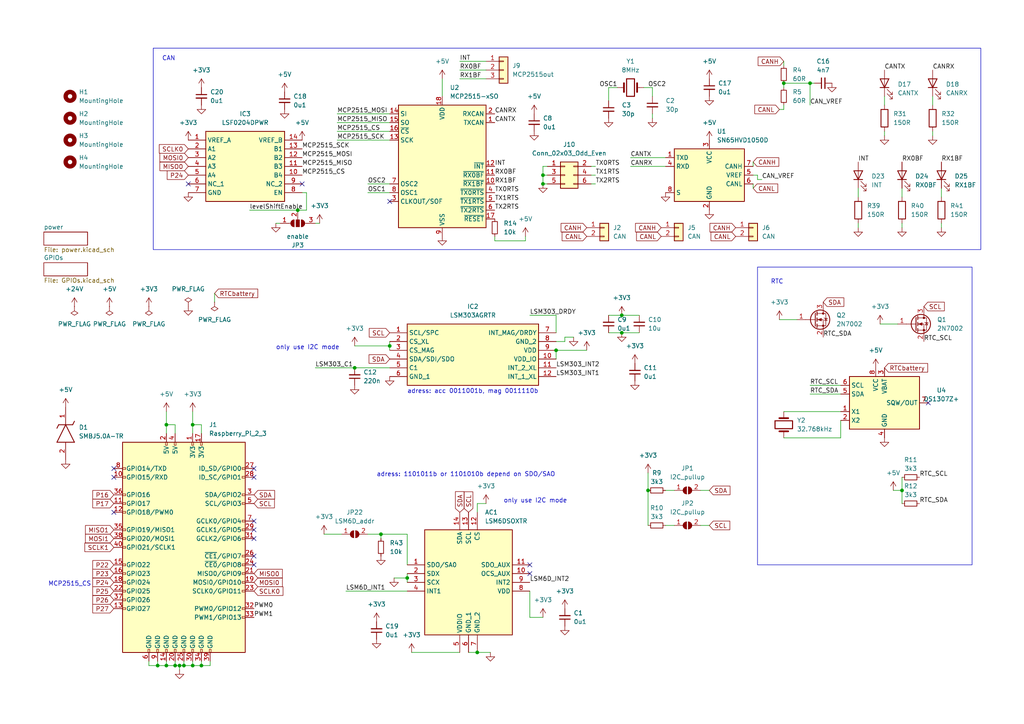
<source format=kicad_sch>
(kicad_sch (version 20230121) (generator eeschema)
  (paper "A4")
  (junction (at 180.34 96.52))
  (junction (at 53.34 193.04))
  (junction (at 48.26 123.19))
  (junction (at 261.62 142.24))
  (junction (at 157.48 53.34))
  (junction (at 48.26 193.04))
  (junction (at 55.88 193.04))
  (junction (at 187.96 142.24))
  (junction (at 86.36 60.96))
  (junction (at 55.88 123.19))
  (junction (at 138.43 189.23))
  (junction (at 227.33 24.13))
  (junction (at 157.48 50.8))
  (junction (at 180.34 91.44))
  (junction (at 110.49 154.94))
  (junction (at 234.95 24.13))
  (junction (at 161.29 101.6))
  (junction (at 58.42 193.04))
  (junction (at 102.87 106.68))
  (junction (at 50.8 193.04))
  (junction (at 118.11 167.64))
  (junction (at 113.03 100.33))
  (junction (at 45.72 193.04))
  (junction (at 52.07 193.04))
  (no_connect (at 113.03 58.42))
  (no_connect (at 73.66 163.83))
  (no_connect (at 33.02 135.89))
  (no_connect (at 54.61 53.34))
  (no_connect (at 73.66 138.43))
  (no_connect (at 73.66 135.89))
  (no_connect (at 87.63 53.34))
  (no_connect (at 153.67 166.37))
  (no_connect (at 73.66 153.67))
  (no_connect (at 33.02 138.43))
  (no_connect (at 73.66 161.29))
  (no_connect (at 73.66 156.21))
  (no_connect (at 33.02 148.59))
  (no_connect (at 153.67 163.83))
  (no_connect (at 269.24 116.84))
  (no_connect (at 73.66 151.13))
  (wire (pts (xy 119.38 189.23) (xy 133.35 189.23)))
  (wire (pts (xy 140.97 20.32) (xy 133.35 20.32)))
  (wire (pts (xy 261.62 142.24) (xy 261.62 138.43)))
  (wire (pts (xy 152.4 69.85) (xy 152.4 68.58)))
  (wire (pts (xy 110.49 156.21) (xy 110.49 154.94)))
  (wire (pts (xy 142.24 189.23) (xy 138.43 189.23)))
  (wire (pts (xy 97.79 35.56) (xy 113.03 35.56)))
  (wire (pts (xy 243.84 127) (xy 243.84 121.92)))
  (wire (pts (xy 53.34 193.04) (xy 53.34 191.77)))
  (wire (pts (xy 180.34 91.44) (xy 185.42 91.44)))
  (wire (pts (xy 176.53 25.4) (xy 176.53 29.21)))
  (wire (pts (xy 261.62 57.15) (xy 261.62 54.61)))
  (wire (pts (xy 55.88 119.38) (xy 55.88 123.19)))
  (wire (pts (xy 157.48 48.26) (xy 158.75 48.26)))
  (wire (pts (xy 219.71 50.8) (xy 218.44 50.8)))
  (wire (pts (xy 140.97 146.05) (xy 138.43 146.05)))
  (wire (pts (xy 86.36 60.96) (xy 88.9 60.96)))
  (wire (pts (xy 138.43 146.05) (xy 138.43 148.59)))
  (wire (pts (xy 88.9 55.88) (xy 87.63 55.88)))
  (wire (pts (xy 50.8 193.04) (xy 50.8 191.77)))
  (wire (pts (xy 227.33 17.78) (xy 227.33 19.05)))
  (wire (pts (xy 187.96 142.24) (xy 187.96 152.4)))
  (wire (pts (xy 62.23 85.09) (xy 62.23 87.63)))
  (wire (pts (xy 227.33 119.38) (xy 243.84 119.38)))
  (wire (pts (xy 43.18 193.04) (xy 43.18 191.77)))
  (wire (pts (xy 157.48 50.8) (xy 158.75 50.8)))
  (wire (pts (xy 226.06 92.71) (xy 231.14 92.71)))
  (wire (pts (xy 157.48 53.34) (xy 158.75 53.34)))
  (wire (pts (xy 138.43 189.23) (xy 135.89 189.23)))
  (wire (pts (xy 157.48 179.07) (xy 153.67 179.07)))
  (wire (pts (xy 43.18 193.04) (xy 45.72 193.04)))
  (wire (pts (xy 128.27 22.86) (xy 128.27 27.94)))
  (wire (pts (xy 166.37 97.79) (xy 163.83 97.79)))
  (wire (pts (xy 248.92 57.15) (xy 248.92 54.61)))
  (wire (pts (xy 180.34 96.52) (xy 185.42 96.52)))
  (wire (pts (xy 270.51 30.48) (xy 270.51 27.94)))
  (wire (pts (xy 205.74 142.24) (xy 203.2 142.24)))
  (wire (pts (xy 153.67 179.07) (xy 153.67 171.45)))
  (wire (pts (xy 153.67 91.44) (xy 161.29 91.44)))
  (wire (pts (xy 58.42 125.73) (xy 58.42 123.19)))
  (wire (pts (xy 186.69 25.4) (xy 189.23 25.4)))
  (wire (pts (xy 187.96 137.16) (xy 187.96 142.24)))
  (wire (pts (xy 48.26 119.38) (xy 48.26 123.19)))
  (wire (pts (xy 92.71 64.77) (xy 91.44 64.77)))
  (wire (pts (xy 157.48 48.26) (xy 157.48 50.8)))
  (wire (pts (xy 48.26 123.19) (xy 48.26 125.73)))
  (wire (pts (xy 273.05 57.15) (xy 273.05 54.61)))
  (wire (pts (xy 91.44 106.68) (xy 102.87 106.68)))
  (wire (pts (xy 100.33 171.45) (xy 118.11 171.45)))
  (wire (pts (xy 52.07 194.31) (xy 52.07 193.04)))
  (wire (pts (xy 261.62 66.04) (xy 261.62 64.77)))
  (wire (pts (xy 45.72 193.04) (xy 45.72 191.77)))
  (wire (pts (xy 234.95 114.3) (xy 243.84 114.3)))
  (wire (pts (xy 106.68 53.34) (xy 113.03 53.34)))
  (wire (pts (xy 118.11 154.94) (xy 118.11 163.83)))
  (wire (pts (xy 161.29 91.44) (xy 161.29 96.52)))
  (wire (pts (xy 157.48 50.8) (xy 157.48 53.34)))
  (wire (pts (xy 205.74 152.4) (xy 203.2 152.4)))
  (wire (pts (xy 60.96 193.04) (xy 60.96 191.77)))
  (wire (pts (xy 248.92 66.04) (xy 248.92 64.77)))
  (wire (pts (xy 193.04 152.4) (xy 195.58 152.4)))
  (wire (pts (xy 143.51 69.85) (xy 143.51 68.58)))
  (wire (pts (xy 182.88 48.26) (xy 193.04 48.26)))
  (wire (pts (xy 152.4 69.85) (xy 143.51 69.85)))
  (wire (pts (xy 52.07 193.04) (xy 53.34 193.04)))
  (wire (pts (xy 80.01 64.77) (xy 81.28 64.77)))
  (wire (pts (xy 227.33 31.75) (xy 227.33 30.48)))
  (wire (pts (xy 218.44 54.61) (xy 218.44 53.34)))
  (wire (pts (xy 182.88 45.72) (xy 193.04 45.72)))
  (wire (pts (xy 53.34 193.04) (xy 55.88 193.04)))
  (wire (pts (xy 170.18 101.6) (xy 161.29 101.6)))
  (wire (pts (xy 234.95 30.48) (xy 234.95 24.13)))
  (wire (pts (xy 48.26 193.04) (xy 50.8 193.04)))
  (wire (pts (xy 106.68 154.94) (xy 110.49 154.94)))
  (wire (pts (xy 113.03 100.33) (xy 113.03 99.06)))
  (wire (pts (xy 172.72 48.26) (xy 171.45 48.26)))
  (wire (pts (xy 97.79 38.1) (xy 113.03 38.1)))
  (wire (pts (xy 45.72 193.04) (xy 48.26 193.04)))
  (wire (pts (xy 97.79 40.64) (xy 113.03 40.64)))
  (wire (pts (xy 227.33 24.13) (xy 234.95 24.13)))
  (wire (pts (xy 261.62 142.24) (xy 261.62 146.05)))
  (wire (pts (xy 172.72 50.8) (xy 171.45 50.8)))
  (wire (pts (xy 189.23 33.02) (xy 189.23 34.29)))
  (wire (pts (xy 86.36 60.96) (xy 72.39 60.96)))
  (wire (pts (xy 220.98 52.07) (xy 219.71 52.07)))
  (wire (pts (xy 163.83 99.06) (xy 161.29 99.06)))
  (wire (pts (xy 140.97 22.86) (xy 133.35 22.86)))
  (wire (pts (xy 50.8 123.19) (xy 48.26 123.19)))
  (wire (pts (xy 218.44 46.99) (xy 218.44 48.26)))
  (wire (pts (xy 161.29 101.6) (xy 161.29 104.14)))
  (wire (pts (xy 93.98 154.94) (xy 99.06 154.94)))
  (wire (pts (xy 48.26 193.04) (xy 48.26 191.77)))
  (wire (pts (xy 55.88 193.04) (xy 55.88 191.77)))
  (wire (pts (xy 227.33 25.4) (xy 227.33 24.13)))
  (wire (pts (xy 172.72 53.34) (xy 171.45 53.34)))
  (wire (pts (xy 180.34 96.52) (xy 176.53 96.52)))
  (wire (pts (xy 234.95 111.76) (xy 243.84 111.76)))
  (wire (pts (xy 58.42 123.19) (xy 55.88 123.19)))
  (wire (pts (xy 226.06 31.75) (xy 227.33 31.75)))
  (wire (pts (xy 227.33 127) (xy 243.84 127)))
  (wire (pts (xy 189.23 27.94) (xy 189.23 25.4)))
  (wire (pts (xy 219.71 52.07) (xy 219.71 50.8)))
  (wire (pts (xy 114.3 167.64) (xy 118.11 167.64)))
  (wire (pts (xy 110.49 154.94) (xy 118.11 154.94)))
  (wire (pts (xy 140.97 17.78) (xy 133.35 17.78)))
  (wire (pts (xy 118.11 167.64) (xy 118.11 168.91)))
  (wire (pts (xy 118.11 167.64) (xy 118.11 166.37)))
  (wire (pts (xy 180.34 91.44) (xy 176.53 91.44)))
  (wire (pts (xy 193.04 142.24) (xy 195.58 142.24)))
  (wire (pts (xy 97.79 33.02) (xy 113.03 33.02)))
  (wire (pts (xy 102.87 106.68) (xy 113.03 106.68)))
  (wire (pts (xy 255.27 93.98) (xy 260.35 93.98)))
  (wire (pts (xy 106.68 55.88) (xy 113.03 55.88)))
  (wire (pts (xy 58.42 193.04) (xy 58.42 191.77)))
  (wire (pts (xy 58.42 193.04) (xy 60.96 193.04)))
  (wire (pts (xy 50.8 193.04) (xy 52.07 193.04)))
  (wire (pts (xy 102.87 100.33) (xy 113.03 100.33)))
  (wire (pts (xy 256.54 39.37) (xy 256.54 38.1)))
  (wire (pts (xy 50.8 125.73) (xy 50.8 123.19)))
  (wire (pts (xy 163.83 97.79) (xy 163.83 99.06)))
  (wire (pts (xy 259.08 142.24) (xy 261.62 142.24)))
  (wire (pts (xy 113.03 100.33) (xy 113.03 101.6)))
  (wire (pts (xy 88.9 55.88) (xy 88.9 60.96)))
  (wire (pts (xy 256.54 30.48) (xy 256.54 27.94)))
  (wire (pts (xy 270.51 39.37) (xy 270.51 38.1)))
  (wire (pts (xy 273.05 66.04) (xy 273.05 64.77)))
  (wire (pts (xy 236.22 24.13) (xy 234.95 24.13)))
  (wire (pts (xy 55.88 193.04) (xy 58.42 193.04)))
  (wire (pts (xy 55.88 123.19) (xy 55.88 125.73)))
  (wire (pts (xy 176.53 25.4) (xy 179.07 25.4)))
  (rectangle (start 219.71 77.47) (end 281.94 163.83))
  (rectangle (start 44.45 13.97) (end 284.48 72.39))
  (text "adress: 1101011b or 1101010b depend on SDO/SAO" (at 109.22 138.43 0) (effects (font (size 1.27 1.27)) (justify left bottom)))
  (text "RTC" (at 223.52 82.55 0) (effects (font (size 1.27 1.27)) (justify left bottom)))
  (text "CAN" (at 46.99 17.78 0) (effects (font (size 1.27 1.27)) (justify left bottom)))
  (text "MCP2515_CS" (at 13.97 170.18 0) (effects (font (size 1.27 1.27)) (justify left bottom)))
  (text "only use I2C mode" (at 146.05 146.05 0) (effects (font (size 1.27 1.27)) (justify left bottom)))
  (text "only use I2C mode" (at 80.01 101.6 0) (effects (font (size 1.27 1.27)) (justify left bottom)))
  (text "adress: acc 0011001b, mag 0011110b" (at 118.11 114.3 0) (effects (font (size 1.27 1.27)) (justify left bottom)))
  (label "OSC1" (at 106.68 55.88 0))
  (label "LSM303_C1" (at 91.44 106.68 0))
  (label "levelShiftEnable" (at 72.39 60.96 0))
  (label "RTC_SCL" (at 267.97 99.06 0))
  (label "TX2RTS" (at 143.51 60.96 0))
  (label "TX2RTS" (at 172.72 53.34 0))
  (label "LSM6D_INT1" (at 100.33 171.45 0))
  (label "RTC_SCL" (at 234.95 111.76 0))
  (label "CANRX" (at 182.88 48.26 0))
  (label "CANRX" (at 143.51 33.02 0))
  (label "RX1BF" (at 143.51 53.34 0))
  (label "INT" (at 133.35 17.78 0))
  (label "TX1RTS" (at 143.51 58.42 0))
  (label "RTC_SDA" (at 234.95 114.3 0))
  (label "PWM1" (at 73.66 179.07 0))
  (label "RX0BF" (at 143.51 50.8 0))
  (label "MCP2515_MISO" (at 97.79 35.56 0))
  (label "MCP2515_CS" (at 87.63 50.8 0))
  (label "CAN_VREF" (at 220.98 52.07 0))
  (label "LSM303_DRDY" (at 153.67 91.44 0))
  (label "CANRX" (at 270.51 20.32 0))
  (label "MCP2515_MOSI" (at 87.63 45.72 0))
  (label "MCP2515_CS" (at 97.79 38.1 0))
  (label "CANTX" (at 143.51 35.56 0))
  (label "CANTX" (at 256.54 20.32 0))
  (label "MCP2515_SCK" (at 97.79 40.64 0))
  (label "INT" (at 143.51 48.26 0))
  (label "RX1BF" (at 273.05 46.99 0))
  (label "RTC_SDA" (at 266.7 146.05 0))
  (label "MCP2515_MOSI" (at 97.79 33.02 0))
  (label "RX1BF" (at 133.35 22.86 0))
  (label "RTC_SCL" (at 266.7 138.43 0))
  (label "LSM303_INT2" (at 161.29 106.68 0))
  (label "LSM6D_INT2" (at 153.67 168.91 0))
  (label "LSM303_INT1" (at 161.29 109.22 0))
  (label "MCP2515_SCK" (at 87.63 43.18 0))
  (label "PWM0" (at 73.66 176.53 0))
  (label "TX0RTS" (at 143.51 55.88 0))
  (label "TX1RTS" (at 172.72 50.8 0))
  (label "OSC2" (at 187.96 25.4 0))
  (label "TX0RTS" (at 172.72 48.26 0))
  (label "RX0BF" (at 261.62 46.99 0))
  (label "RTC_SDA" (at 238.76 97.79 0))
  (label "CAN_VREF" (at 234.95 30.48 0))
  (label "RX0BF" (at 133.35 20.32 0))
  (label "INT" (at 248.92 46.99 0))
  (label "CANTX" (at 182.88 45.72 0))
  (label "MCP2515_MISO" (at 87.63 48.26 0))
  (label "OSC2" (at 106.68 53.34 0))
  (label "OSC1" (at 179.07 25.4 180))
  (global_label "MISO1" (shape input) (at 33.02 153.67 180) (property "Intersheetrefs" "${INTERSHEET_REFS}" (effects hide)))
  (global_label "SCL" (shape input) (at 135.89 148.59 90) (property "Intersheetrefs" "${INTERSHEET_REFS}" (effects hide)))
  (global_label "CANL" (shape input) (at 226.06 31.75 180) (property "Intersheetrefs" "${INTERSHEET_REFS}" (effects hide)))
  (global_label "SDA" (shape input) (at 133.35 148.59 90) (property "Intersheetrefs" "${INTERSHEET_REFS}" (effects hide)))
  (global_label "P16" (shape input) (at 33.02 143.51 180) (property "Intersheetrefs" "${INTERSHEET_REFS}" (effects hide)))
  (global_label "MOSI1" (shape input) (at 33.02 156.21 180) (property "Intersheetrefs" "${INTERSHEET_REFS}" (effects hide)))
  (global_label "MOSI0" (shape input) (at 54.61 45.72 180) (property "Intersheetrefs" "${INTERSHEET_REFS}" (effects hide)))
  (global_label "SCLK0" (shape input) (at 54.61 43.18 180) (property "Intersheetrefs" "${INTERSHEET_REFS}" (effects hide)))
  (global_label "RTCbattery" (shape input) (at 62.23 85.09 0) (property "Intersheetrefs" "${INTERSHEET_REFS}" (effects hide)))
  (global_label "SCL" (shape input) (at 267.97 88.9 0) (property "Intersheetrefs" "${INTERSHEET_REFS}" (effects hide)))
  (global_label "CANL" (shape input) (at 170.18 68.58 180) (property "Intersheetrefs" "${INTERSHEET_REFS}" (effects hide)))
  (global_label "CANL" (shape input) (at 213.36 68.58 180) (property "Intersheetrefs" "${INTERSHEET_REFS}" (effects hide)))
  (global_label "CANH" (shape input) (at 218.44 46.99 0) (property "Intersheetrefs" "${INTERSHEET_REFS}" (effects hide)))
  (global_label "SCL" (shape input) (at 73.66 146.05 0) (property "Intersheetrefs" "${INTERSHEET_REFS}" (effects hide)))
  (global_label "P24" (shape input) (at 33.02 168.91 180) (property "Intersheetrefs" "${INTERSHEET_REFS}" (effects hide)))
  (global_label "P24" (shape input) (at 54.61 50.8 180) (property "Intersheetrefs" "${INTERSHEET_REFS}" (effects hide)))
  (global_label "P27" (shape input) (at 33.02 176.53 180) (property "Intersheetrefs" "${INTERSHEET_REFS}" (effects hide)))
  (global_label "SCL" (shape input) (at 113.03 96.52 180) (property "Intersheetrefs" "${INTERSHEET_REFS}" (effects hide)))
  (global_label "SDA" (shape input) (at 238.76 87.63 0) (property "Intersheetrefs" "${INTERSHEET_REFS}" (effects hide)))
  (global_label "SCLK1" (shape input) (at 33.02 158.75 180) (property "Intersheetrefs" "${INTERSHEET_REFS}" (effects hide)))
  (global_label "SDA" (shape input) (at 113.03 104.14 180) (property "Intersheetrefs" "${INTERSHEET_REFS}" (effects hide)))
  (global_label "CANH" (shape input) (at 227.33 17.78 180) (property "Intersheetrefs" "${INTERSHEET_REFS}" (effects hide)))
  (global_label "P22" (shape input) (at 33.02 163.83 180) (property "Intersheetrefs" "${INTERSHEET_REFS}" (effects hide)))
  (global_label "CANL" (shape input) (at 218.44 54.61 0) (property "Intersheetrefs" "${INTERSHEET_REFS}" (effects hide)))
  (global_label "P25" (shape input) (at 33.02 171.45 180) (property "Intersheetrefs" "${INTERSHEET_REFS}" (effects hide)))
  (global_label "RTCbattery" (shape input) (at 256.54 106.68 0) (property "Intersheetrefs" "${INTERSHEET_REFS}" (effects hide)))
  (global_label "CANH" (shape input) (at 170.18 66.04 180) (property "Intersheetrefs" "${INTERSHEET_REFS}" (effects hide)))
  (global_label "P26" (shape input) (at 33.02 173.99 180) (property "Intersheetrefs" "${INTERSHEET_REFS}" (effects hide)))
  (global_label "CANH" (shape input) (at 213.36 66.04 180) (property "Intersheetrefs" "${INTERSHEET_REFS}" (effects hide)))
  (global_label "MOSI0" (shape input) (at 73.66 168.91 0) (property "Intersheetrefs" "${INTERSHEET_REFS}" (effects hide)))
  (global_label "CANL" (shape input) (at 191.77 68.58 180) (property "Intersheetrefs" "${INTERSHEET_REFS}" (effects hide)))
  (global_label "P17" (shape input) (at 33.02 146.05 180) (property "Intersheetrefs" "${INTERSHEET_REFS}" (effects hide)))
  (global_label "SCLK0" (shape input) (at 73.66 171.45 0) (property "Intersheetrefs" "${INTERSHEET_REFS}" (effects hide)))
  (global_label "MISO0" (shape input) (at 73.66 166.37 0) (property "Intersheetrefs" "${INTERSHEET_REFS}" (effects hide)))
  (global_label "SDA" (shape input) (at 205.74 142.24 0) (property "Intersheetrefs" "${INTERSHEET_REFS}" (effects hide)))
  (global_label "SCL" (shape input) (at 205.74 152.4 0) (property "Intersheetrefs" "${INTERSHEET_REFS}" (effects hide)))
  (global_label "SDA" (shape input) (at 73.66 143.51 0) (property "Intersheetrefs" "${INTERSHEET_REFS}" (effects hide)))
  (global_label "MISO0" (shape input) (at 54.61 48.26 180) (property "Intersheetrefs" "${INTERSHEET_REFS}" (effects hide)))
  (global_label "P23" (shape input) (at 33.02 166.37 180) (property "Intersheetrefs" "${INTERSHEET_REFS}" (effects hide)))
  (global_label "CANH" (shape input) (at 191.77 66.04 180) (property "Intersheetrefs" "${INTERSHEET_REFS}" (effects hide)))
  (symbol (lib_id "power:GND") (at 114.3 167.64 0) (unit 1)
    (property "Reference" "#PWR058" (effects hide))
    (property "Value" "GND" (effects hide))
  )
  (symbol (lib_id "power:PWR_FLAG") (at 54.61 88.9 0) (unit 1)
    (property "Reference" "#FLG03" (effects hide))
    (property "Value" "PWR_FLAG" (at 54.61 83.82 0))
  )
  (symbol (lib_id "power:GND") (at 58.42 30.48 0) (unit 1)
    (property "Reference" "#PWR0101" (effects hide))
    (property "Value" "GND" (effects hide))
  )
  (symbol (lib_id "power:PWR_FLAG") (at 62.23 87.63 180) (unit 1)
    (property "Reference" "#FLG04" (effects hide))
    (property "Value" "PWR_FLAG" (at 62.23 92.71 0))
  )
  (symbol (lib_id "Device:R_Small") (at 227.33 27.94 180) (unit 1) (in_bom no)
    (property "Reference" "R5" (at 229.87 26.67 0) (effects (justify right)))
    (property "Value" "60R" (at 229.87 29.21 0) (effects (justify right)))
    (property "Footprint" "Resistor_SMD:R_0805_2012Metric" (effects hide))
  )
  (symbol (lib_id "power:+24V") (at 21.59 88.9 0) (unit 1)
    (property "Reference" "#PWR082" (effects hide))
    (property "Value" "+24V" (at 21.59 83.82 0))
  )
  (symbol (lib_id "power:+3V3") (at 170.18 101.6 0) (unit 1)
    (property "Reference" "#PWR060" (effects hide))
    (property "Value" "+3V3" (at 170.18 96.52 0))
  )
  (symbol (lib_id "power:GND") (at 113.03 109.22 0) (unit 1)
    (property "Reference" "#PWR075" (effects hide))
    (property "Value" "GND" (effects hide))
  )
  (symbol (lib_id "Device:R") (at 273.05 60.96 0) (unit 1)
    (property "Reference" "R41" (at 275.59 59.69 0) (effects (justify left)))
    (property "Value" "150R" (at 275.59 62.23 0) (effects (justify left)))
    (property "Footprint" "Resistor_SMD:R_0603_1608Metric" (effects hide))
  )
  (symbol (lib_id "Device:LED") (at 256.54 24.13 90) (unit 1)
    (property "Reference" "D17" (at 260.35 24.4475 90) (effects (justify right)))
    (property "Value" "CANTX" (at 260.35 26.9875 90) (effects (justify right)))
    (property "Footprint" "LED_SMD:LED_0603_1608Metric" (effects hide))
  )
  (symbol (lib_id "power:+3V3") (at 184.15 105.41 0) (unit 1)
    (property "Reference" "#PWR092" (effects hide))
    (property "Value" "+3V3" (at 184.15 100.33 0))
  )
  (symbol (lib_id "power:GND") (at 180.34 96.52 0) (unit 1)
    (property "Reference" "#PWR091" (effects hide))
    (property "Value" "GND" (effects hide))
  )
  (symbol (lib_id "Jumper:SolderJumper_2_Open") (at 199.39 152.4 0) (mirror x) (unit 1)
    (property "Reference" "JP2" (at 199.39 145.9754 0))
    (property "Value" "I2C_pullup" (at 199.39 148.5154 0))
    (property "Footprint" "Jumper:SolderJumper-2_P1.3mm_Open_Pad1.0x1.5mm" (effects hide))
  )
  (symbol (lib_id "power:+3V3") (at 180.34 91.44 0) (unit 1)
    (property "Reference" "#PWR085" (effects hide))
    (property "Value" "+3V3" (at 180.34 86.36 0))
  )
  (symbol (lib_id "Interface_CAN_LIN:MCP2515-xSO") (at 128.27 48.26 0) (unit 1)
    (property "Reference" "U2" (at 130.4641 25.4 0) (effects (justify left)))
    (property "Value" "MCP2515-xSO" (at 130.4641 27.94 0) (effects (justify left)))
    (property "Footprint" "Package_SO:SOIC-18W_7.5x11.6mm_P1.27mm" (effects hide))
    (property "Datasheet" "http://ww1.microchip.com/downloads/en/DeviceDoc/21801e.pdf" (effects hide))
  )
  (symbol (lib_id "Device:Crystal") (at 227.33 123.19 90) (unit 1)
    (property "Reference" "Y2" (at 231.14 121.92 90) (effects (justify right)))
    (property "Value" "32.768kHz" (at 231.14 124.46 90) (effects (justify right)))
    (property "Footprint" "Crystal:Crystal_HC49-U_Vertical" (effects hide))
  )
  (symbol (lib_id "power:GND") (at 189.23 34.29 0) (unit 1)
    (property "Reference" "#PWR025" (effects hide))
    (property "Value" "GND" (effects hide))
  )
  (symbol (lib_id "Device:LED") (at 261.62 50.8 90) (unit 1)
    (property "Reference" "D24" (at 265.43 51.1175 90) (effects (justify right)))
    (property "Value" "RX0BF" (at 265.43 53.6575 90) (effects (justify right)))
    (property "Footprint" "LED_SMD:LED_0603_1608Metric" (effects hide))
  )
  (symbol (lib_id "Device:C_Small") (at 238.76 24.13 90) (unit 1) (in_bom no)
    (property "Reference" "C16" (at 238.7663 17.78 90))
    (property "Value" "4n7" (at 238.7663 20.32 90))
    (property "Footprint" "Capacitor_SMD:C_0805_2012Metric" (effects hide))
  )
  (symbol (lib_id "Device:C_Small") (at 109.22 182.88 180) (unit 1)
    (property "Reference" "C19" (at 111.76 181.6036 0) (effects (justify right)))
    (property "Value" "0u1" (at 111.76 184.1436 0) (effects (justify right)))
    (property "Footprint" "Capacitor_SMD:C_0805_2012Metric" (effects hide))
  )
  (symbol (lib_id "Mechanical:MountingHole") (at 20.32 40.64 0) (unit 1)
    (property "Reference" "H3" (at 22.86 39.37 0) (effects (justify left)))
    (property "Value" "MountingHole" (at 22.86 41.91 0) (effects (justify left)))
    (property "Footprint" "MountingHole:MountingHole_2.7mm_M2.5" (effects hide))
  )
  (symbol (lib_id "power:GND") (at 273.05 66.04 0) (unit 1)
    (property "Reference" "#PWR081" (effects hide))
    (property "Value" "GND" (effects hide))
  )
  (symbol (lib_id "power:GND") (at 261.62 66.04 0) (unit 1)
    (property "Reference" "#PWR080" (effects hide))
    (property "Value" "GND" (effects hide))
  )
  (symbol (lib_id "Mechanical:MountingHole") (at 20.32 34.29 0) (unit 1)
    (property "Reference" "H2" (at 22.86 33.02 0) (effects (justify left)))
    (property "Value" "MountingHole" (at 22.86 35.56 0) (effects (justify left)))
    (property "Footprint" "MountingHole:MountingHole_2.7mm_M2.5" (effects hide))
  )
  (symbol (lib_id "Device:C_Small") (at 184.15 107.95 180) (unit 1)
    (property "Reference" "C11" (at 186.69 106.6736 0) (effects (justify right)))
    (property "Value" "0u1" (at 186.69 109.2136 0) (effects (justify right)))
    (property "Footprint" "Capacitor_SMD:C_0805_2012Metric" (effects hide))
  )
  (symbol (lib_id "Device:R_Small") (at 190.5 152.4 90) (unit 1)
    (property "Reference" "R10" (at 190.5 147.32 90))
    (property "Value" "3k3" (at 190.5 149.86 90))
    (property "Footprint" "Resistor_SMD:R_0603_1608Metric" (effects hide))
  )
  (symbol (lib_id "power:+3V3") (at 54.61 40.64 0) (unit 1)
    (property "Reference" "#PWR098" (effects hide))
    (property "Value" "+3V3" (at 54.61 35.56 0))
  )
  (symbol (lib_id "power:GND") (at 54.61 55.88 0) (unit 1)
    (property "Reference" "#PWR095" (effects hide))
    (property "Value" "GND" (effects hide))
  )
  (symbol (lib_id "Interface_CAN_LIN:SN65HVD1050D") (at 205.74 50.8 0) (unit 1)
    (property "Reference" "U1" (at 207.9341 38.1 0) (effects (justify left)))
    (property "Value" "SN65HVD1050D" (at 207.9341 40.64 0) (effects (justify left)))
    (property "Footprint" "Package_SO:SOIC-8_3.9x4.9mm_P1.27mm" (effects hide))
    (property "Datasheet" "http://www.ti.com/lit/ds/symlink/sn65hvd1050.pdf" (effects hide))
  )
  (symbol (lib_id "power:+3V3") (at 163.83 176.53 0) (unit 1)
    (property "Reference" "#PWR051" (effects hide))
    (property "Value" "+3V3" (at 163.83 171.45 0))
  )
  (symbol (lib_id "Device:R") (at 261.62 60.96 0) (unit 1)
    (property "Reference" "R40" (at 264.16 59.69 0) (effects (justify left)))
    (property "Value" "150R" (at 264.16 62.23 0) (effects (justify left)))
    (property "Footprint" "Resistor_SMD:R_0603_1608Metric" (effects hide))
  )
  (symbol (lib_id "power:+5V") (at 205.74 22.86 0) (unit 1)
    (property "Reference" "#PWR083" (effects hide))
    (property "Value" "+5V" (at 205.74 17.78 0))
  )
  (symbol (lib_id "SamacSys_Parts:LSF0204DPWR") (at 54.61 40.64 0) (unit 1)
    (property "Reference" "IC3" (at 71.12 33.02 0))
    (property "Value" "LSF0204DPWR" (at 71.12 35.56 0))
    (property "Footprint" "SamacSys_Parts:SOP65P640X120-14N" (effects hide))
    (property "Datasheet" "http://www.ti.com/lit/gpn/lsf0204d" (effects hide))
    (property "Height" "1.2" (effects hide))
    (property "Mouser Part Number" "595-LSF0204DPWR" (effects hide))
    (property "Mouser Price/Stock" "https://www.mouser.co.uk/ProductDetail/Texas-Instruments/LSF0204DPWR?qs=ADSrZYdIRCcP9%252B%2FUL5YMBQ%3D%3D" (effects hide))
    (property "Manufacturer_Name" "Texas Instruments" (effects hide))
    (property "Manufacturer_Part_Number" "LSF0204DPWR" (effects hide))
  )
  (symbol (lib_id "Jumper:SolderJumper_2_Open") (at 199.39 142.24 0) (mirror x) (unit 1)
    (property "Reference" "JP1" (at 199.39 135.8154 0))
    (property "Value" "I2C_pullup" (at 199.39 138.3554 0))
    (property "Footprint" "Jumper:SolderJumper-2_P1.3mm_Open_Pad1.0x1.5mm" (effects hide))
  )
  (symbol (lib_id "power:GND") (at 19.05 133.35 0) (unit 1)
    (property "Reference" "#PWR03" (effects hide))
    (property "Value" "GND" (effects hide))
  )
  (symbol (lib_id "Device:R") (at 248.92 60.96 0) (unit 1)
    (property "Reference" "R39" (at 251.46 59.69 0) (effects (justify left)))
    (property "Value" "150R" (at 251.46 62.23 0) (effects (justify left)))
    (property "Footprint" "Resistor_SMD:R_0603_1608Metric" (effects hide))
  )
  (symbol (lib_id "power:+3V3") (at 58.42 25.4 0) (unit 1)
    (property "Reference" "#PWR0100" (effects hide))
    (property "Value" "+3V3" (at 58.42 20.32 0))
  )
  (symbol (lib_id "power:GND") (at 166.37 97.79 0) (unit 1)
    (property "Reference" "#PWR074" (effects hide))
    (property "Value" "GND" (effects hide))
  )
  (symbol (lib_id "Device:C_Small") (at 58.42 27.94 0) (unit 1)
    (property "Reference" "C20" (at 60.96 26.6763 0) (effects (justify left)))
    (property "Value" "0u1" (at 60.96 29.2163 0) (effects (justify left)))
    (property "Footprint" "Capacitor_SMD:C_0805_2012Metric_Pad1.18x1.45mm_HandSolder" (effects hide))
  )
  (symbol (lib_id "SamacSys_Parts:LSM6DSOXTR") (at 118.11 163.83 0) (unit 1)
    (property "Reference" "AC1" (at 140.6241 148.59 0) (effects (justify left)))
    (property "Value" "LSM6DSOXTR" (at 140.6241 151.13 0) (effects (justify left)))
    (property "Footprint" "SamacSys_Parts:LGA-14_1" (effects hide))
    (property "Datasheet" "https://www.st.com/resource/en/datasheet/lsm6dsox.pdf" (effects hide))
    (property "Mouser Part Number" "511-LSM6DSOXTR" (effects hide))
    (property "Mouser Price/Stock" "https://www.mouser.co.uk/ProductDetail/STMicroelectronics/LSM6DSOXTR?qs=l7cgNqFNU1i9dcjzItLpVQ%3D%3D" (effects hide))
    (property "Manufacturer_Name" "STMicroelectronics" (effects hide))
    (property "Manufacturer_Part_Number" "LSM6DSOXTR" (effects hide))
  )
  (symbol (lib_id "Device:Crystal") (at 182.88 25.4 0) (unit 1)
    (property "Reference" "Y1" (at 182.88 17.78 0))
    (property "Value" "8MHz" (at 182.88 20.32 0))
    (property "Footprint" "Crystal:Crystal_HC49-U_Vertical" (effects hide))
  )
  (symbol (lib_id "power:+5V") (at 154.94 33.02 0) (unit 1)
    (property "Reference" "#PWR047" (effects hide))
    (property "Value" "+5V" (at 154.94 27.94 0))
  )
  (symbol (lib_id "power:+5V") (at 128.27 22.86 0) (unit 1)
    (property "Reference" "#PWR010" (effects hide))
    (property "Value" "+5V" (at 128.27 17.78 0))
  )
  (symbol (lib_id "Device:LED") (at 270.51 24.13 90) (unit 1)
    (property "Reference" "D18" (at 274.32 24.4475 90) (effects (justify right)))
    (property "Value" "CANRX" (at 274.32 26.9875 90) (effects (justify right)))
    (property "Footprint" "LED_SMD:LED_0603_1608Metric" (effects hide))
  )
  (symbol (lib_id "power:+3V3") (at 119.38 189.23 0) (unit 1)
    (property "Reference" "#PWR050" (effects hide))
    (property "Value" "+3V3" (at 119.38 184.15 0))
  )
  (symbol (lib_id "power:+3V3") (at 102.87 100.33 0) (unit 1)
    (property "Reference" "#PWR094" (effects hide))
    (property "Value" "+3V3" (at 102.87 95.25 0))
  )
  (symbol (lib_id "Device:R_Small") (at 264.16 146.05 90) (unit 1)
    (property "Reference" "R12" (at 264.16 140.97 90))
    (property "Value" "3k3" (at 264.16 143.51 90))
    (property "Footprint" "Resistor_SMD:R_0603_1608Metric" (effects hide))
  )
  (symbol (lib_id "Device:C_Small") (at 189.23 30.48 0) (unit 1)
    (property "Reference" "C2" (at 193.04 29.21 0) (effects (justify left)))
    (property "Value" "30p" (at 193.04 31.75 0) (effects (justify left)))
    (property "Footprint" "Capacitor_SMD:C_0805_2012Metric" (effects hide))
  )
  (symbol (lib_id "Mechanical:MountingHole") (at 20.32 46.99 0) (unit 1)
    (property "Reference" "H4" (at 22.86 45.72 0) (effects (justify left)))
    (property "Value" "MountingHole" (at 22.86 48.26 0) (effects (justify left)))
    (property "Footprint" "MountingHole:MountingHole_2.7mm_M2.5" (effects hide))
  )
  (symbol (lib_id "power:GND") (at 82.55 31.75 0) (unit 1)
    (property "Reference" "#PWR099" (effects hide))
    (property "Value" "GND" (effects hide))
  )
  (symbol (lib_id "power:GND") (at 205.74 60.96 0) (unit 1)
    (property "Reference" "#PWR039" (effects hide))
    (property "Value" "GND" (effects hide))
  )
  (symbol (lib_id "power:+5V") (at 19.05 118.11 0) (unit 1)
    (property "Reference" "#PWR02" (effects hide))
    (property "Value" "+5V" (at 19.05 113.03 0))
  )
  (symbol (lib_id "Mechanical:MountingHole") (at 20.32 27.94 0) (unit 1)
    (property "Reference" "H1" (at 22.86 26.67 0) (effects (justify left)))
    (property "Value" "MountingHole" (at 22.86 29.21 0) (effects (justify left)))
    (property "Footprint" "MountingHole:MountingHole_2.7mm_M2.5" (effects hide))
  )
  (symbol (lib_id "power:GND") (at 157.48 53.34 0) (mirror y) (unit 1)
    (property "Reference" "#PWR044" (effects hide))
    (property "Value" "GND" (effects hide))
  )
  (symbol (lib_id "Device:LED") (at 248.92 50.8 90) (unit 1)
    (property "Reference" "D23" (at 252.73 51.1175 90) (effects (justify right)))
    (property "Value" "INT" (at 252.73 53.6575 90) (effects (justify right)))
    (property "Footprint" "LED_SMD:LED_0603_1608Metric" (effects hide))
  )
  (symbol (lib_id "Connector_Generic:Conn_01x03") (at 146.05 20.32 0) (unit 1)
    (property "Reference" "J9" (at 148.59 19.05 0) (effects (justify left)))
    (property "Value" "MCP2515out" (at 148.59 21.59 0) (effects (justify left)))
    (property "Footprint" "Connector_PinHeader_2.54mm:PinHeader_1x03_P2.54mm_Vertical" (effects hide))
  )
  (symbol (lib_id "Timer_RTC:DS1307Z+") (at 256.54 116.84 0) (unit 1)
    (property "Reference" "U4" (at 273.05 113.1921 0))
    (property "Value" "DS1307Z+" (at 273.05 115.7321 0))
    (property "Footprint" "Package_SO:SOIC-8_3.9x4.9mm_P1.27mm" (effects hide))
    (property "Datasheet" "https://datasheets.maximintegrated.com/en/ds/DS1307.pdf" (effects hide))
  )
  (symbol (lib_id "Device:C_Small") (at 176.53 31.75 0) (unit 1)
    (property "Reference" "C3" (at 180.34 30.48 0) (effects (justify left)))
    (property "Value" "30p" (at 180.34 33.02 0) (effects (justify left)))
    (property "Footprint" "Capacitor_SMD:C_0805_2012Metric" (effects hide))
  )
  (symbol (lib_id "power:GND") (at 154.94 38.1 0) (unit 1)
    (property "Reference" "#PWR049" (effects hide))
    (property "Value" "GND" (effects hide))
  )
  (symbol (lib_id "power:+3V3") (at 226.06 92.71 0) (mirror y) (unit 1)
    (property "Reference" "#PWR043" (effects hide))
    (property "Value" "+3V3" (at 226.06 87.63 0))
  )
  (symbol (lib_id "power:+3V3") (at 157.48 179.07 0) (unit 1)
    (property "Reference" "#PWR057" (effects hide))
    (property "Value" "+3V3" (at 157.48 173.99 0))
  )
  (symbol (lib_id "power:+3V3") (at 55.88 119.38 0) (unit 1)
    (property "Reference" "#PWR08" (effects hide))
    (property "Value" "+3V3" (at 55.88 114.3 0))
  )
  (symbol (lib_id "Device:LED") (at 273.05 50.8 90) (unit 1)
    (property "Reference" "D25" (at 276.86 51.1175 90) (effects (justify right)))
    (property "Value" "RX1BF" (at 276.86 53.6575 90) (effects (justify right)))
    (property "Footprint" "LED_SMD:LED_0603_1608Metric" (effects hide))
  )
  (symbol (lib_id "Device:R_Small") (at 264.16 138.43 90) (unit 1)
    (property "Reference" "R11" (at 264.16 133.35 90))
    (property "Value" "3k3" (at 264.16 135.89 90))
    (property "Footprint" "Resistor_SMD:R_0603_1608Metric" (effects hide))
  )
  (symbol (lib_id "power:+5V") (at 152.4 68.58 0) (unit 1)
    (property "Reference" "#PWR046" (effects hide))
    (property "Value" "+5V" (at 152.4 63.5 0))
  )
  (symbol (lib_id "Jumper:SolderJumper_3_Open") (at 86.36 64.77 0) (mirror x) (unit 1)
    (property "Reference" "JP3" (at 86.36 71.12 0))
    (property "Value" "enable" (at 86.36 68.58 0))
    (property "Footprint" "Jumper:SolderJumper-3_P1.3mm_Open_RoundedPad1.0x1.5mm_NumberLabels" (effects hide))
  )
  (symbol (lib_id "power:+5V") (at 259.08 142.24 0) (unit 1)
    (property "Reference" "#PWR041" (effects hide))
    (property "Value" "+5V" (at 259.08 137.16 0))
  )
  (symbol (lib_id "power:+5V") (at 82.55 26.67 0) (unit 1)
    (property "Reference" "#PWR072" (effects hide))
    (property "Value" "+5V" (at 82.55 21.59 0))
  )
  (symbol (lib_id "Connector:Raspberry_Pi_2_3") (at 53.34 158.75 0) (unit 1)
    (property "Reference" "J1" (at 60.6141 123.19 0) (effects (justify left)))
    (property "Value" "Raspberry_Pi_2_3" (at 60.6141 125.73 0) (effects (justify left)))
    (property "Footprint" "Connector_PinSocket_2.54mm:PinSocket_2x20_P2.54mm_Vertical" (effects hide))
    (property "Datasheet" "https://www.raspberrypi.org/documentation/hardware/raspberrypi/schematics/rpi_SCH_3bplus_1p0_reduced.pdf" (effects hide))
  )
  (symbol (lib_id "Connector_Generic:Conn_01x02") (at 218.44 66.04 0) (unit 1)
    (property "Reference" "J6" (at 220.98 66.04 0) (effects (justify left)))
    (property "Value" "CAN" (at 220.98 68.58 0) (effects (justify left)))
    (property "Footprint" "Connector_JST:JST_XH_S2B-XH-A_1x02_P2.50mm_Horizontal" (effects hide))
  )
  (symbol (lib_id "power:GND") (at 176.53 34.29 0) (unit 1)
    (property "Reference" "#PWR024" (effects hide))
    (property "Value" "GND" (effects hide))
  )
  (symbol (lib_id "power:GND") (at 163.83 181.61 0) (unit 1)
    (property "Reference" "#PWR052" (effects hide))
    (property "Value" "GND" (effects hide))
  )
  (symbol (lib_id "power:GND") (at 109.22 185.42 0) (unit 1)
    (property "Reference" "#PWR086" (effects hide))
    (property "Value" "GND" (effects hide))
  )
  (symbol (lib_id "Device:R") (at 256.54 34.29 0) (unit 1)
    (property "Reference" "R31" (at 259.08 33.02 0) (effects (justify left)))
    (property "Value" "150R" (at 259.08 35.56 0) (effects (justify left)))
    (property "Footprint" "Resistor_SMD:R_0603_1608Metric" (effects hide))
  )
  (symbol (lib_id "power:+5V") (at 31.75 88.9 0) (unit 1)
    (property "Reference" "#PWR076" (effects hide))
    (property "Value" "+5V" (at 31.75 83.82 0))
  )
  (symbol (lib_id "SamacSys_Parts:LSM303AGRTR") (at 113.03 96.52 0) (unit 1)
    (property "Reference" "IC2" (at 137.16 88.9 0))
    (property "Value" "LSM303AGRTR" (at 137.16 91.44 0))
    (property "Footprint" "Package_LGA:LGA-12_2x2mm_P0.5mm" (effects hide))
    (property "Datasheet" "http://www.st.com/content/ccc/resource/technical/document/datasheet/74/c4/19/54/62/c5/46/13/DM00177685.pdf/files/DM00177685.pdf/jcr:content/translations/en.DM00177685.pdf" (effects hide))
    (property "Mouser Part Number" "511-LSM303AGRTR" (effects hide))
    (property "Mouser Price/Stock" "https://www.mouser.co.uk/ProductDetail/STMicroelectronics/LSM303AGRTR?qs=dTJS0cRn7oj2TlQhcroMCw%3D%3D" (effects hide))
    (property "Manufacturer_Name" "STMicroelectronics" (effects hide))
    (property "Manufacturer_Part_Number" "LSM303AGRTR" (effects hide))
  )
  (symbol (lib_id "Device:R_Small") (at 190.5 142.24 90) (unit 1)
    (property "Reference" "R9" (at 190.5 137.16 90))
    (property "Value" "3k3" (at 190.5 139.7 90))
    (property "Footprint" "Resistor_SMD:R_0603_1608Metric" (effects hide))
  )
  (symbol (lib_id "power:GND") (at 102.87 111.76 0) (unit 1)
    (property "Reference" "#PWR096" (effects hide))
    (property "Value" "GND" (effects hide))
  )
  (symbol (lib_id "Connector_Generic:Conn_02x03_Odd_Even") (at 163.83 50.8 0) (unit 1)
    (property "Reference" "J10" (at 165.1 41.91 0))
    (property "Value" "Conn_02x03_Odd_Even" (at 165.1 44.45 0))
    (property "Footprint" "Connector_PinHeader_2.54mm:PinHeader_2x03_P2.54mm_Vertical" (effects hide))
  )
  (symbol (lib_id "Connector_Generic:Conn_01x02") (at 175.26 66.04 0) (unit 1)
    (property "Reference" "J2" (at 177.8 66.04 0) (effects (justify left)))
    (property "Value" "CAN" (at 177.8 68.58 0) (effects (justify left)))
    (property "Footprint" "Connector_PinHeader_2.54mm:PinHeader_1x02_P2.54mm_Vertical" (effects hide))
  )
  (symbol (lib_id "Device:R") (at 270.51 34.29 0) (unit 1)
    (property "Reference" "R32" (at 273.05 33.02 0) (effects (justify left)))
    (property "Value" "150R" (at 273.05 35.56 0) (effects (justify left)))
    (property "Footprint" "Resistor_SMD:R_0603_1608Metric" (effects hide))
  )
  (symbol (lib_id "power:+3V3") (at 43.18 88.9 0) (unit 1)
    (property "Reference" "#PWR077" (effects hide))
    (property "Value" "+3V3" (at 43.18 83.82 0))
  )
  (symbol (lib_id "power:GND") (at 270.51 39.37 0) (unit 1)
    (property "Reference" "#PWR067" (effects hide))
    (property "Value" "GND" (effects hide))
  )
  (symbol (lib_id "power:GND") (at 128.27 68.58 0) (unit 1)
    (property "Reference" "#PWR045" (effects hide))
    (property "Value" "GND" (effects hide))
  )
  (symbol (lib_id "power:GND") (at 193.04 55.88 0) (unit 1)
    (property "Reference" "#PWR038" (effects hide))
    (property "Value" "GND" (effects hide))
  )
  (symbol (lib_id "power:+5V") (at 205.74 40.64 0) (unit 1)
    (property "Reference" "#PWR048" (effects hide))
    (property "Value" "+5V" (at 205.74 35.56 0))
  )
  (symbol (lib_id "Device:R_Small") (at 110.49 158.75 180) (unit 1)
    (property "Reference" "R43" (at 113.03 157.48 0) (effects (justify right)))
    (property "Value" "10k" (at 113.03 160.02 0) (effects (justify right)))
    (property "Footprint" "Resistor_SMD:R_0603_1608Metric" (effects hide))
  )
  (symbol (lib_id "power:+5V") (at 48.26 119.38 0) (unit 1)
    (property "Reference" "#PWR01" (effects hide))
    (property "Value" "+5V" (at 48.26 114.3 0))
  )
  (symbol (lib_id "Device:C_Small") (at 163.83 179.07 180) (unit 1)
    (property "Reference" "C1" (at 166.37 177.7936 0) (effects (justify right)))
    (property "Value" "0u1" (at 166.37 180.3336 0) (effects (justify right)))
    (property "Footprint" "Capacitor_SMD:C_0805_2012Metric" (effects hide))
  )
  (symbol (lib_id "power:+3V3") (at 255.27 93.98 0) (mirror y) (unit 1)
    (property "Reference" "#PWR042" (effects hide))
    (property "Value" "+3V3" (at 255.27 88.9 0))
  )
  (symbol (lib_id "Transistor_FET:2N7002") (at 265.43 93.98 0) (unit 1)
    (property "Reference" "Q1" (at 271.78 92.71 0) (effects (justify left)))
    (property "Value" "2N7002" (at 271.78 95.25 0) (effects (justify left)))
    (property "Footprint" "Package_TO_SOT_SMD:SOT-23" (effects hide))
    (property "Datasheet" "https://www.onsemi.com/pub/Collateral/NDS7002A-D.PDF" (effects hide))
  )
  (symbol (lib_id "power:GND") (at 241.3 24.13 0) (unit 1)
    (property "Reference" "#PWR0102" (effects hide))
    (property "Value" "GND" (effects hide))
  )
  (symbol (lib_id "Device:R_Small") (at 227.33 21.59 180) (unit 1) (in_bom no)
    (property "Reference" "R4" (at 229.87 20.32 0) (effects (justify right)))
    (property "Value" "60R" (at 229.87 22.86 0) (effects (justify right)))
    (property "Footprint" "Resistor_SMD:R_0805_2012Metric" (effects hide))
  )
  (symbol (lib_id "power:GND") (at 52.07 194.31 0) (unit 1)
    (property "Reference" "#PWR09" (effects hide))
    (property "Value" "GND" (effects hide))
  )
  (symbol (lib_id "power:+3V3") (at 93.98 154.94 0) (unit 1)
    (property "Reference" "#PWR090" (effects hide))
    (property "Value" "+3V3" (at 93.98 149.86 0))
  )
  (symbol (lib_id "Device:C_Small") (at 102.87 109.22 180) (unit 1)
    (property "Reference" "C12" (at 105.41 107.9436 0) (effects (justify right)))
    (property "Value" "220n" (at 105.41 110.4836 0) (effects (justify right)))
    (property "Footprint" "Capacitor_SMD:C_0805_2012Metric" (effects hide))
  )
  (symbol (lib_id "Jumper:SolderJumper_2_Open") (at 102.87 154.94 0) (unit 1)
    (property "Reference" "JP22" (at 102.87 148.59 0))
    (property "Value" "LSM6D_addr" (at 102.87 151.13 0))
    (property "Footprint" "Jumper:SolderJumper-2_P1.3mm_Open_RoundedPad1.0x1.5mm" (effects hide))
  )
  (symbol (lib_id "power:+5V") (at 87.63 40.64 0) (unit 1)
    (property "Reference" "#PWR097" (effects hide))
    (property "Value" "+5V" (at 87.63 35.56 0))
  )
  (symbol (lib_id "SamacSys_Parts:SMBJ5.0A-TR") (at 19.05 118.11 270) (unit 1)
    (property "Reference" "D1" (at 22.86 123.952 90) (effects (justify left)))
    (property "Value" "SMBJ5.0A-TR" (at 22.86 126.492 90) (effects (justify left)))
    (property "Footprint" "SamacSys_Parts:SMBJ12A" (effects hide))
    (property "Datasheet" "https://www.st.com/resource/en/datasheet/smbj12a.pdf" (effects hide))
    (property "Height" "2.45" (effects hide))
    (property "Mouser Part Number" "511-SMBJ5.0A" (effects hide))
    (property "Mouser Price/Stock" "https://www.mouser.co.uk/ProductDetail/STMicroelectronics/SMBJ5.0A-TR?qs=QR0jAJXDF2ih8aaSsBQmUg%3D%3D" (effects hide))
    (property "Manufacturer_Name" "STMicroelectronics" (effects hide))
    (property "Manufacturer_Part_Number" "SMBJ5.0A-TR" (effects hide))
  )
  (symbol (lib_id "power:GND") (at 54.61 88.9 0) (unit 1)
    (property "Reference" "#PWR078" (effects hide))
    (property "Value" "GND" (effects hide))
  )
  (symbol (lib_id "power:+3V3") (at 109.22 180.34 0) (unit 1)
    (property "Reference" "#PWR056" (effects hide))
    (property "Value" "+3V3" (at 109.22 175.26 0))
  )
  (symbol (lib_id "Device:C_Small") (at 185.42 93.98 180) (unit 1)
    (property "Reference" "C10" (at 187.96 92.7036 0) (effects (justify right)))
    (property "Value" "10u" (at 187.96 95.2436 0) (effects (justify right)))
    (property "Footprint" "Capacitor_SMD:C_1206_3216Metric" (effects hide))
  )
  (symbol (lib_id "Transistor_FET:2N7002") (at 236.22 92.71 0) (unit 1)
    (property "Reference" "Q2" (at 242.57 91.44 0) (effects (justify left)))
    (property "Value" "2N7002" (at 242.57 93.98 0) (effects (justify left)))
    (property "Footprint" "Package_TO_SOT_SMD:SOT-23" (effects hide))
    (property "Datasheet" "https://www.onsemi.com/pub/Collateral/NDS7002A-D.PDF" (effects hide))
  )
  (symbol (lib_id "Device:C_Small") (at 176.53 93.98 180) (unit 1)
    (property "Reference" "C9" (at 179.07 92.7036 0) (effects (justify right)))
    (property "Value" "0u1" (at 179.07 95.2436 0) (effects (justify right)))
    (property "Footprint" "Capacitor_SMD:C_0805_2012Metric" (effects hide))
  )
  (symbol (lib_id "Device:R_Small") (at 143.51 66.04 0) (unit 1)
    (property "Reference" "R14" (at 146.05 64.77 0) (effects (justify left)))
    (property "Value" "10k" (at 146.05 67.31 0) (effects (justify left)))
    (property "Footprint" "Resistor_SMD:R_0603_1608Metric" (effects hide))
  )
  (symbol (lib_id "power:GND") (at 256.54 127 0) (unit 1)
    (property "Reference" "#PWR027" (effects hide))
    (property "Value" "GND" (effects hide))
  )
  (symbol (lib_id "power:GND") (at 184.15 110.49 0) (unit 1)
    (property "Reference" "#PWR093" (effects hide))
    (property "Value" "GND" (effects hide))
  )
  (symbol (lib_id "power:GND") (at 80.01 64.77 0) (unit 1)
    (property "Reference" "#PWR087" (effects hide))
    (property "Value" "GND" (effects hide))
  )
  (symbol (lib_id "Device:C_Small") (at 154.94 35.56 0) (unit 1)
    (property "Reference" "C8" (at 157.48 34.2963 0) (effects (justify left)))
    (property "Value" "0u1" (at 157.48 36.8363 0) (effects (justify left)))
    (property "Footprint" "Capacitor_SMD:C_0805_2012Metric_Pad1.18x1.45mm_HandSolder" (effects hide))
  )
  (symbol (lib_id "Device:C_Small") (at 205.74 25.4 0) (unit 1)
    (property "Reference" "C17" (at 208.28 24.1363 0) (effects (justify left)))
    (property "Value" "0u1" (at 208.28 26.6763 0) (effects (justify left)))
    (property "Footprint" "Capacitor_SMD:C_0805_2012Metric_Pad1.18x1.45mm_HandSolder" (effects hide))
  )
  (symbol (lib_id "power:PWR_FLAG") (at 31.75 88.9 180) (unit 1)
    (property "Reference" "#FLG01" (effects hide))
    (property "Value" "PWR_FLAG" (at 31.75 93.98 0))
  )
  (symbol (lib_id "power:+5V") (at 254 106.68 0) (unit 1)
    (property "Reference" "#PWR026" (effects hide))
    (property "Value" "+5V" (at 254 101.6 0))
  )
  (symbol (lib_id "power:GND") (at 110.49 161.29 0) (unit 1)
    (property "Reference" "#PWR089" (effects hide))
    (property "Value" "GND" (effects hide))
  )
  (symbol (lib_id "power:+3V3") (at 92.71 64.77 0) (unit 1)
    (property "Reference" "#PWR088" (effects hide))
    (property "Value" "+3V3" (at 92.71 59.69 0))
  )
  (symbol (lib_id "power:GND") (at 256.54 39.37 0) (unit 1)
    (property "Reference" "#PWR066" (effects hide))
    (property "Value" "GND" (effects hide))
  )
  (symbol (lib_id "power:+3V3") (at 187.96 137.16 0) (mirror y) (unit 1)
    (property "Reference" "#PWR040" (effects hide))
    (property "Value" "+3V3" (at 187.96 132.08 0))
  )
  (symbol (lib_id "power:GND") (at 248.92 66.04 0) (unit 1)
    (property "Reference" "#PWR079" (effects hide))
    (property "Value" "GND" (effects hide))
  )
  (symbol (lib_id "power:GND") (at 205.74 27.94 0) (unit 1)
    (property "Reference" "#PWR084" (effects hide))
    (property "Value" "GND" (effects hide))
  )
  (symbol (lib_id "Connector_Generic:Conn_01x02") (at 196.85 66.04 0) (unit 1)
    (property "Reference" "J5" (at 199.39 66.04 0) (effects (justify left)))
    (property "Value" "CAN" (at 199.39 68.58 0) (effects (justify left)))
    (property "Footprint" "Connector_JST:JST_XH_S2B-XH-A_1x02_P2.50mm_Horizontal" (effects hide))
  )
  (symbol (lib_id "power:PWR_FLAG") (at 21.59 88.9 180) (unit 1)
    (property "Reference" "#FLG05" (effects hide))
    (property "Value" "PWR_FLAG" (at 21.59 93.98 0))
  )
  (symbol (lib_id "power:PWR_FLAG") (at 43.18 88.9 180) (unit 1)
    (property "Reference" "#FLG02" (effects hide))
    (property "Value" "PWR_FLAG" (at 43.18 93.98 0))
  )
  (symbol (lib_id "power:GND") (at 142.24 189.23 0) (unit 1)
    (property "Reference" "#PWR023" (effects hide))
    (property "Value" "GND" (effects hide))
  )
  (symbol (lib_id "Device:C_Small") (at 82.55 29.21 0) (unit 1)
    (property "Reference" "C18" (at 85.09 27.9463 0) (effects (justify left)))
    (property "Value" "0u1" (at 85.09 30.4863 0) (effects (justify left)))
    (property "Footprint" "Capacitor_SMD:C_0805_2012Metric_Pad1.18x1.45mm_HandSolder" (effects hide))
  )
  (symbol (lib_id "power:+3V3") (at 140.97 146.05 0) (unit 1)
    (property "Reference" "#PWR059" (effects hide))
    (property "Value" "+3V3" (at 140.97 140.97 0))
  )
  (sheet (at 12.7 76.2) (size 12.7 3.81) (stroke (width 0.1524))
    (property "Sheetname" "GPIOs" (at 12.7 75.4884 0) (effects (justify left bottom)))
    (property "Sheetfile" "GPIOs.kicad_sch" (at 12.7 80.5946 0) (effects (justify left top)))
  )
  (sheet (at 12.7 67.31) (size 12.7 3.81) (stroke (width 0.1524))
    (property "Sheetname" "power" (at 12.7 66.5984 0) (effects (justify left bottom)))
    (property "Sheetfile" "power.kicad_sch" (at 12.7 71.7046 0) (effects (justify left top)))
  )
)
</source>
